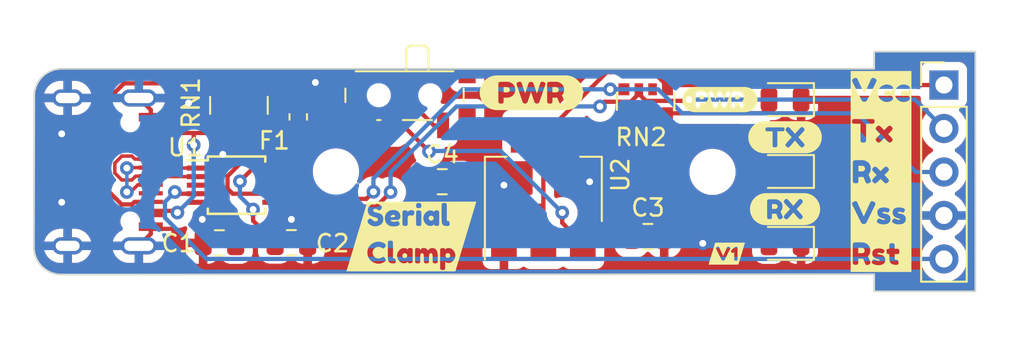
<source format=kicad_pcb>
(kicad_pcb (version 20221018) (generator pcbnew)
  (layers (0 "F.Cu" signal) (31 "B.Cu" signal) (34 "B.Paste" user) (35 "F.Paste" user) (36 "B.SilkS" user "B.Silkscreen") (37 "F.SilkS" user "F.Silkscreen") (38 "B.Mask" user) (39 "F.Mask" user) (44 "Edge.Cuts" user))
  (net 0 "")
  (net 1 "VUSB")
  (net 2 "VSS")
  (net 3 "Net-(U1-V3)")
  (net 4 "Net-(SW1-B)")
  (net 5 "VCC")
  (net 6 "Net-(D1-A)")
  (net 7 "Net-(D2-A)")
  (net 8 "Net-(D3-A)")
  (net 9 "Net-(F1-Pad1)")
  (net 10 "Net-(J1-CC1)")
  (net 11 "D+")
  (net 12 "D-")
  (net 14 "Net-(J1-CC2)")
  (net 16 "TX")
  (net 17 "RX")
  (net 18 "Reset")
  (footprint "Connector_PinHeader_2.54mm:PinHeader_1x05_P2.54mm_Vertical" (layer "F.Cu") (at 173.07 90.95)
    (fp_text reference "J2" hide)
    (fp_text value "Conn_01x05")
    (pad "1" thru_hole rect (at 0 0) (size 1.7 1.7) (drill 1) (layers "*.Cu" "*.Mask") (net 5 "VCC"))
    (pad "2" thru_hole oval (at 0 2.54) (size 1.7 1.7) (drill 1) (layers "*.Cu" "*.Mask") (net 16 "TX"))
    (pad "3" thru_hole oval (at 0 5.08) (size 1.7 1.7) (drill 1) (layers "*.Cu" "*.Mask") (net 17 "RX"))
    (pad "4" thru_hole oval (at 0 7.62) (size 1.7 1.7) (drill 1) (layers "*.Cu" "*.Mask") (net 2 "VSS"))
    (pad "5" thru_hole oval (at 0 10.16) (size 1.7 1.7) (drill 1) (layers "*.Cu" "*.Mask") (net 18 "Reset"))
  )
  (footprint "kibuzzard-65CB9418" (layer "F.Cu") (at 142 99.8)
    (fp_text reference "kibuzzard-65CB9418" hide)
    (fp_text value "G***" hide)
  )
  (footprint "kibuzzard-65CB9B05" (layer "F.Cu") (at 163.8 98.2)
    (fp_text reference "kibuzzard-65CB9B05" hide)
    (fp_text value "G***" hide)
  )
  (footprint "LED_SMD:LED_0805_2012Metric" (layer "F.Cu") (at 163.8 96 180)
    (fp_text reference "D2" hide)
    (fp_text value "LED_Small")
    (pad "1" smd roundrect (at -0.9375 0 180) (size 0.975 1.4) (layers "F.Cu" "F.Paste" "F.Mask") (net 2 "VSS"))
    (pad "2" smd roundrect (at 0.9375 0 180) (size 0.975 1.4) (layers "F.Cu" "F.Paste" "F.Mask") (net 7 "Net-(D2-A)"))
  )
  (footprint "Package_SO:MSOP-10_3x3mm_P0.5mm" (layer "F.Cu") (at 131.8 96.8)
    (fp_text reference "U1" (at -3 -2.2) (layer "F.SilkS"))
    (fp_text value "CH340E")
    (pad "1" smd rect (at -2.2 -1) (size 1.4 0.3) (layers "F.Cu" "F.Paste" "F.Mask") (net 11 "D+"))
    (pad "2" smd rect (at -2.2 -0.5) (size 1.4 0.3) (layers "F.Cu" "F.Paste" "F.Mask") (net 12 "D-"))
    (pad "3" smd rect (at -2.2 0) (size 1.4 0.3) (layers "F.Cu" "F.Paste" "F.Mask") (net 2 "VSS"))
    (pad "4" smd rect (at -2.2 0.5) (size 1.4 0.3) (layers "F.Cu" "F.Paste" "F.Mask") (net 18 "Reset"))
    (pad "5" smd rect (at -2.2 1) (size 1.4 0.3) (layers "F.Cu" "F.Paste" "F.Mask"))
    (pad "6" smd rect (at 2.2 1) (size 1.4 0.3) (layers "F.Cu" "F.Paste" "F.Mask"))
    (pad "7" smd rect (at 2.2 0.5) (size 1.4 0.3) (layers "F.Cu" "F.Paste" "F.Mask") (net 1 "VUSB"))
    (pad "8" smd rect (at 2.2 0) (size 1.4 0.3) (layers "F.Cu" "F.Paste" "F.Mask") (net 16 "TX"))
    (pad "9" smd rect (at 2.2 -0.5) (size 1.4 0.3) (layers "F.Cu" "F.Paste" "F.Mask") (net 17 "RX"))
    (pad "10" smd rect (at 2.2 -1) (size 1.4 0.3) (layers "F.Cu" "F.Paste" "F.Mask") (net 3 "Net-(U1-V3)"))
  )
  (footprint "BadgePiratesFootprint:USB_C_Receptical-Jing" (layer "F.Cu") (at 126.0975 96.025 -90)
    (fp_text reference "J1" hide)
    (fp_text value "USB_C_Receptacle_USB2.0")
    (pad "" np_thru_hole circle (at -2.89 0.5 270) (size 0.65 0.65) (drill 0.65) (layers "*.Cu" "*.Mask"))
    (pad "" np_thru_hole circle (at 2.89 0.5 270) (size 0.65 0.65) (drill 0.65) (layers "*.Cu" "*.Mask"))
    (pad "A1" smd rect (at -3.325 -0.7 270) (size 0.25 1.4) (layers "F.Cu" "F.Paste" "F.Mask") (net 2 "VSS"))
    (pad "A4" smd rect (at -2.525 -0.7 270) (size 0.25 1.4) (layers "F.Cu" "F.Paste" "F.Mask") (net 9 "Net-(F1-Pad1)"))
    (pad "A5" smd rect (at -1.25 -0.7 270) (size 0.25 1.4) (layers "F.Cu" "F.Paste" "F.Mask") (net 10 "Net-(J1-CC1)"))
    (pad "A6" smd rect (at -0.25 -0.7 270) (size 0.25 1.4) (layers "F.Cu" "F.Paste" "F.Mask") (net 11 "D+"))
    (pad "A7" smd rect (at 0.25 -0.7 270) (size 0.25 1.4) (layers "F.Cu" "F.Paste" "F.Mask") (net 12 "D-"))
    (pad "A8" smd rect (at -1.75 -0.7 270) (size 0.25 1.4) (layers "F.Cu" "F.Paste" "F.Mask"))
    (pad "A9" smd rect (at 2.525 -0.7 270) (size 0.25 1.4) (layers "F.Cu" "F.Paste" "F.Mask") (net 9 "Net-(F1-Pad1)"))
    (pad "A12" smd rect (at 3.325 -0.7 270) (size 0.25 1.4) (layers "F.Cu" "F.Paste" "F.Mask") (net 2 "VSS"))
    (pad "B1" smd rect (at 3.075 -0.7 270) (size 0.25 1.4) (layers "F.Cu" "F.Paste" "F.Mask") (net 2 "VSS"))
    (pad "B4" smd rect (at 2.275 -0.7 270) (size 0.25 1.4) (layers "F.Cu" "F.Paste" "F.Mask") (net 9 "Net-(F1-Pad1)"))
    (pad "B5" smd rect (at 1.75 -0.7 270) (size 0.25 1.4) (layers "F.Cu" "F.Paste" "F.Mask") (net 14 "Net-(J1-CC2)"))
    (pad "B6" smd rect (at 0.75 -0.7 270) (size 0.25 1.4) (layers "F.Cu" "F.Paste" "F.Mask") (net 11 "D+"))
    (pad "B7" smd rect (at -0.75 -0.7 270) (size 0.25 1.4) (layers "F.Cu" "F.Paste" "F.Mask") (net 12 "D-"))
    (pad "B8" smd rect (at 1.25 -0.7 270) (size 0.25 1.4) (layers "F.Cu" "F.Paste" "F.Mask"))
    (pad "B9" smd rect (at -2.275 -0.7 270) (size 0.25 1.4) (layers "F.Cu" "F.Paste" "F.Mask") (net 9 "Net-(F1-Pad1)"))
    (pad "B12" smd rect (at -3.075 -0.7 270) (size 0.25 1.4) (layers "F.Cu" "F.Paste" "F.Mask") (net 2 "VSS"))
    (pad "S1" thru_hole oval (at -4.32 0 270) (size 1 2.1) (drill oval 0.6 1.7) (layers "*.Cu" "*.Mask") (net 2 "VSS"))
    (pad "S1" thru_hole oval (at -4.32 4.15 270) (size 1 1.8) (drill oval 0.6 1.4) (layers "*.Cu" "*.Mask") (net 2 "VSS"))
    (pad "S1" thru_hole oval (at 4.32 0 270) (size 1 2.1) (drill oval 0.6 1.7) (layers "*.Cu" "*.Mask") (net 2 "VSS"))
    (pad "S1" thru_hole oval (at 4.32 4.15 270) (size 1 1.8) (drill oval 0.6 1.4) (layers "*.Cu" "*.Mask") (net 2 "VSS"))
  )
  (footprint "Resistor_SMD:R_Array_Convex_4x0612" (layer "F.Cu") (at 131.94 92.14 90)
    (fp_text reference "RN1" (at 0.14 -2.8 90) (layer "F.SilkS"))
    (fp_text value "5.1k")
    (pad "1" smd rect (at -0.7 -1.27 90) (size 0.7 0.64) (layers "F.Cu" "F.Paste" "F.Mask"))
    (pad "2" smd rect (at -0.7 -0.4 90) (size 0.7 0.5) (layers "F.Cu" "F.Paste" "F.Mask"))
    (pad "3" smd rect (at -0.7 0.4 90) (size 0.7 0.5) (layers "F.Cu" "F.Paste" "F.Mask") (net 2 "VSS"))
    (pad "4" smd rect (at -0.7 1.27 90) (size 0.7 0.64) (layers "F.Cu" "F.Paste" "F.Mask") (net 2 "VSS"))
    (pad "5" smd rect (at 0.7 1.27 90) (size 0.7 0.64) (layers "F.Cu" "F.Paste" "F.Mask") (net 14 "Net-(J1-CC2)"))
    (pad "6" smd rect (at 0.7 0.4 90) (size 0.7 0.5) (layers "F.Cu" "F.Paste" "F.Mask") (net 10 "Net-(J1-CC1)"))
    (pad "7" smd rect (at 0.7 -0.4 90) (size 0.7 0.5) (layers "F.Cu" "F.Paste" "F.Mask"))
    (pad "8" smd rect (at 0.7 -1.27 90) (size 0.7 0.64) (layers "F.Cu" "F.Paste" "F.Mask"))
  )
  (footprint "LED_SMD:LED_0805_2012Metric" (layer "F.Cu") (at 163.8 100.2 180)
    (fp_text reference "D1" hide)
    (fp_text value "LED_Small")
    (pad "1" smd roundrect (at -0.9375 0 180) (size 0.975 1.4) (layers "F.Cu" "F.Paste" "F.Mask") (net 2 "VSS"))
    (pad "2" smd roundrect (at 0.9375 0 180) (size 0.975 1.4) (layers "F.Cu" "F.Paste" "F.Mask") (net 6 "Net-(D1-A)"))
  )
  (footprint "Capacitor_SMD:C_0805_2012Metric" (layer "F.Cu") (at 135 100.16)
    (fp_text reference "C2" (at 2.4 0.04) (layer "F.SilkS"))
    (fp_text value "100nF")
    (pad "1" smd roundrect (at -0.95 0) (size 1 1.45) (layers "F.Cu" "F.Paste" "F.Mask") (net 3 "Net-(U1-V3)"))
    (pad "2" smd roundrect (at 0.95 0) (size 1 1.45) (layers "F.Cu" "F.Paste" "F.Mask") (net 2 "VSS"))
  )
  (footprint "kibuzzard-65CB9B2E" (layer "F.Cu") (at 169.4 96)
    (fp_text reference "kibuzzard-65CB9B2E" hide)
    (fp_text value "G***" hide)
  )
  (footprint "Capacitor_SMD:C_0805_2012Metric" (layer "F.Cu") (at 143.8 96.6 180)
    (fp_text reference "C4" (at 0 1.6) (layer "F.SilkS"))
    (fp_text value "10uF")
    (pad "1" smd roundrect (at -0.95 0 180) (size 1 1.45) (layers "F.Cu" "F.Paste" "F.Mask") (net 5 "VCC"))
    (pad "2" smd roundrect (at 0.95 0 180) (size 1 1.45) (layers "F.Cu" "F.Paste" "F.Mask") (net 2 "VSS"))
  )
  (footprint "kibuzzard-65CB9C81" (layer "F.Cu") (at 160.4 100.8)
    (fp_text reference "kibuzzard-65CB9C81" hide)
    (fp_text value "G***" hide)
  )
  (footprint "Fuse:Fuse_0603_1608Metric" (layer "F.Cu") (at 135.4 92.8125 -90)
    (fp_text reference "F1" (at 1.3875 1.4 -180) (layer "F.SilkS"))
    (fp_text value "Polyfuse_Small")
    (pad "1" smd roundrect (at -0.7875 0 270) (size 0.875 0.95) (layers "F.Cu" "F.Paste" "F.Mask") (net 9 "Net-(F1-Pad1)"))
    (pad "2" smd roundrect (at 0.7875 0 270) (size 0.875 0.95) (layers "F.Cu" "F.Paste" "F.Mask") (net 1 "VUSB"))
  )
  (footprint "MountingHole:MountingHole_2.2mm_M2" (layer "F.Cu") (at 137.6 96)
    (fp_text reference "H2" hide)
    (fp_text value "MountingHole")
    (pad "" np_thru_hole circle (at 0 0) (size 2.2 2.2) (drill 2.2) (layers "*.Cu" "*.Mask"))
  )
  (footprint "Capacitor_SMD:C_0805_2012Metric" (layer "F.Cu") (at 130.8 100.17 180)
    (fp_text reference "C1" (at 2.4 -0.03) (layer "F.SilkS"))
    (fp_text value "100nF")
    (pad "1" smd roundrect (at -0.95 0 180) (size 1 1.45) (layers "F.Cu" "F.Paste" "F.Mask") (net 1 "VUSB"))
    (pad "2" smd roundrect (at 0.95 0 180) (size 1 1.45) (layers "F.Cu" "F.Paste" "F.Mask") (net 2 "VSS"))
  )
  (footprint "kibuzzard-65CB8E97" (layer "F.Cu") (at 149 91.4)
    (fp_text reference "kibuzzard-65CB8E97" hide)
    (fp_text value "G***" hide)
  )
  (footprint "Resistor_SMD:R_Array_Convex_4x0612" (layer "F.Cu") (at 155.67 91.9 -90)
    (fp_text reference "RN2" (at 2.1 0.27 -180) (layer "F.SilkS"))
    (fp_text value "330")
    (pad "1" smd rect (at -0.7 -1.27 270) (size 0.7 0.64) (layers "F.Cu" "F.Paste" "F.Mask") (net 5 "VCC"))
    (pad "2" smd rect (at -0.7 -0.4 270) (size 0.7 0.5) (layers "F.Cu" "F.Paste" "F.Mask"))
    (pad "3" smd rect (at -0.7 0.4 270) (size 0.7 0.5) (layers "F.Cu" "F.Paste" "F.Mask") (net 16 "TX"))
    (pad "4" smd rect (at -0.7 1.27 270) (size 0.7 0.64) (layers "F.Cu" "F.Paste" "F.Mask") (net 17 "RX"))
    (pad "5" smd rect (at 0.7 1.27 270) (size 0.7 0.64) (layers "F.Cu" "F.Paste" "F.Mask") (net 6 "Net-(D1-A)"))
    (pad "6" smd rect (at 0.7 0.4 270) (size 0.7 0.5) (layers "F.Cu" "F.Paste" "F.Mask") (net 7 "Net-(D2-A)"))
    (pad "7" smd rect (at 0.7 -0.4 270) (size 0.7 0.5) (layers "F.Cu" "F.Paste" "F.Mask"))
    (pad "8" smd rect (at 0.7 -1.27 270) (size 0.7 0.64) (layers "F.Cu" "F.Paste" "F.Mask") (net 8 "Net-(D3-A)"))
  )
  (footprint "Button_Switch_SMD:SW_SPDT_PCM12" (layer "F.Cu") (at 141.6 91.875 180)
    (fp_text reference "SW1" hide)
    (fp_text value "Power")
    (pad "" smd rect (at -3.65 -0.78 180) (size 1 0.8) (layers "F.Cu" "F.Paste" "F.Mask"))
    (pad "" smd rect (at -3.65 1.43 180) (size 1 0.8) (layers "F.Cu" "F.Paste" "F.Mask"))
    (pad "" np_thru_hole circle (at -1.5 0.33 180) (size 0.9 0.9) (drill 0.9) (layers "*.Cu" "*.Mask"))
    (pad "" np_thru_hole circle (at 1.5 0.33 180) (size 0.9 0.9) (drill 0.9) (layers "*.Cu" "*.Mask"))
    (pad "" smd rect (at 3.65 -0.78 180) (size 1 0.8) (layers "F.Cu" "F.Paste" "F.Mask"))
    (pad "" smd rect (at 3.65 1.43 180) (size 1 0.8) (layers "F.Cu" "F.Paste" "F.Mask"))
    (pad "1" smd rect (at -2.25 -1.43 180) (size 0.7 1.5) (layers "F.Cu" "F.Paste" "F.Mask") (net 1 "VUSB"))
    (pad "2" smd rect (at 0.75 -1.43 180) (size 0.7 1.5) (layers "F.Cu" "F.Paste" "F.Mask") (net 4 "Net-(SW1-B)"))
    (pad "3" smd rect (at 2.25 -1.43 180) (size 0.7 1.5) (layers "F.Cu" "F.Paste" "F.Mask"))
  )
  (footprint "LED_SMD:LED_0805_2012Metric" (layer "F.Cu") (at 163.8 91.8 180)
    (fp_text reference "D3" hide)
    (fp_text value "LED_Small")
    (pad "1" smd roundrect (at -0.9375 0 180) (size 0.975 1.4) (layers "F.Cu" "F.Paste" "F.Mask") (net 2 "VSS"))
    (pad "2" smd roundrect (at 0.9375 0 180) (size 0.975 1.4) (layers "F.Cu" "F.Paste" "F.Mask") (net 8 "Net-(D3-A)"))
  )
  (footprint "kibuzzard-65CB9AFE" (layer "F.Cu") (at 163.8 94)
    (fp_text reference "kibuzzard-65CB9AFE" hide)
    (fp_text value "G***" hide)
  )
  (footprint "Capacitor_SMD:C_0805_2012Metric" (layer "F.Cu") (at 155.8 99.8)
    (fp_text reference "C3" (at 0 -1.68) (layer "F.SilkS"))
    (fp_text value "10uF")
    (pad "1" smd roundrect (at -0.95 0) (size 1 1.45) (layers "F.Cu" "F.Paste" "F.Mask") (net 4 "Net-(SW1-B)"))
    (pad "2" smd roundrect (at 0.95 0) (size 1 1.45) (layers "F.Cu" "F.Paste" "F.Mask") (net 2 "VSS"))
  )
  (footprint "Package_TO_SOT_SMD:SOT-223-3_TabPin2" (layer "F.Cu") (at 149.7 97.05 90)
    (fp_text reference "U2" (at 0.85 4.5 90) (layer "F.SilkS"))
    (fp_text value "LD1117S12TR_SOT223")
    (pad "1" smd rect (at -3.15 -2.3 90) (size 2 1.5) (layers "F.Cu" "F.Paste" "F.Mask") (net 2 "VSS"))
    (pad "2" smd rect (at -3.15 0 90) (size 2 1.5) (layers "F.Cu" "F.Paste" "F.Mask") (net 5 "VCC"))
    (pad "2" smd rect (at 3.15 0 90) (size 2 3.8) (layers "F.Cu" "F.Paste" "F.Mask") (net 5 "VCC"))
    (pad "3" smd rect (at -3.15 2.3 90) (size 2 1.5) (layers "F.Cu" "F.Paste" "F.Mask") (net 4 "Net-(SW1-B)"))
  )
  (footprint "kibuzzard-65CB9ADE" (layer "F.Cu") (at 160 91.8)
    (fp_text reference "kibuzzard-65CB9ADE" hide)
    (fp_text value "G***" hide)
  )
  (footprint "MountingHole:MountingHole_2.2mm_M2" (layer "F.Cu") (at 159.57 96.025)
    (fp_text reference "H1" hide)
    (fp_text value "MountingHole")
    (pad "" np_thru_hole circle (at 0 0) (size 2.2 2.2) (drill 2.2) (layers "*.Cu" "*.Mask"))
  )
  (gr_line (start 169 103) (end 174.9 103) (stroke (width 0.1)) (layer "Edge.Cuts"))
  (gr_line (start 169 89) (end 169 90) (stroke (width 0.1)) (layer "Edge.Cuts"))
  (gr_line (start 174.9 89) (end 169 89) (stroke (width 0.1)) (layer "Edge.Cuts"))
  (gr_line (start 121.581371 102.018629) (end 169 102) (stroke (width 0.1)) (layer "Edge.Cuts"))
  (gr_line (start 120 91.6) (end 119.981371 100.418629) (stroke (width 0.1)) (layer "Edge.Cuts"))
  (gr_line (start 169 90) (end 121.6 90) (stroke (width 0.1)) (layer "Edge.Cuts"))
  (gr_arc (start 121.581371 102.018629) (mid 120.45 101.55) (end 119.981371 100.418629) (stroke (width 0.1)) (layer "Edge.Cuts"))
  (gr_line (start 174.9 103) (end 174.9 89) (stroke (width 0.1)) (layer "Edge.Cuts"))
  (gr_arc (start 120 91.6) (mid 120.468629 90.468629) (end 121.6 90) (stroke (width 0.1)) (layer "Edge.Cuts"))
  (gr_line (start 169 102) (end 169 103) (stroke (width 0.1)) (layer "Edge.Cuts"))
  (segment (start 143.305 93.305) (end 143.59 93.305) (width 0.25) (layer "F.Cu") (net 1))
  (segment (start 135.4 93.6) (end 135.4 93.58538) (width 0.25) (layer "F.Cu") (net 1))
  (segment (start 139.08 90.72) (end 140.72 90.72) (width 0.25) (layer "F.Cu") (net 1))
  (segment (start 131.272996 97) (end 131.272996 99.692996) (width 0.25) (layer "F.Cu") (net 1))
  (segment (start 135.4 93.6) (end 133.675 95.325) (width 0.25) (layer "F.Cu") (net 1))
  (segment (start 134 97.3) (end 131.572996 97.3) (width 0.25) (layer "F.Cu") (net 1))
  (segment (start 137.05538 91.93) (end 137.87 91.93) (width 0.25) (layer "F.Cu") (net 1))
  (segment (start 131.272996 96.274695) (end 131.272996 97) (width 0.25) (layer "F.Cu") (net 1))
  (segment (start 131.272996 99.692996) (end 131.75 100.17) (width 0.25) (layer "F.Cu") (net 1))
  (segment (start 140.72 90.72) (end 143.305 93.305) (width 0.25) (layer "F.Cu") (net 1))
  (segment (start 132.222691 95.325) (end 131.272996 96.274695) (width 0.25) (layer "F.Cu") (net 1))
  (segment (start 131.572996 97.3) (end 131.272996 97) (width 0.25) (layer "F.Cu") (net 1))
  (segment (start 133.675 95.325) (end 132.222691 95.325) (width 0.25) (layer "F.Cu") (net 1))
  (segment (start 137.87 91.93) (end 139.08 90.72) (width 0.25) (layer "F.Cu") (net 1))
  (segment (start 135.4 93.58538) (end 137.05538 91.93) (width 0.25) (layer "F.Cu") (net 1))
  (segment (start 126.7975 99.1) (end 126.7975 99.645) (width 0.25) (layer "F.Cu") (net 2))
  (segment (start 126.7975 92.95) (end 126.7975 92.405) (width 0.25) (layer "F.Cu") (net 2))
  (segment (start 133.21 92.84) (end 132.34 92.84) (width 0.25) (layer "F.Cu") (net 2))
  (segment (start 126.7975 92.405) (end 126.0975 91.705) (width 0.25) (layer "F.Cu") (net 2))
  (segment (start 130.8 95.2) (end 131 95) (width 0.25) (layer "F.Cu") (net 2))
  (segment (start 129.115 92.115) (end 129 92) (width 0.25) (layer "F.Cu") (net 2))
  (segment (start 132.485 92.115) (end 129.115 92.115) (width 0.25) (layer "F.Cu") (net 2))
  (segment (start 133.21 92.84) (end 132.485 92.115) (width 0.25) (layer "F.Cu") (net 2))
  (segment (start 130.40962 96.8) (end 130.8 96.40962) (width 0.25) (layer "F.Cu") (net 2))
  (segment (start 129.6 96.8) (end 130.40962 96.8) (width 0.25) (layer "F.Cu") (net 2))
  (segment (start 130.8 96.40962) (end 130.8 95.2) (width 0.25) (layer "F.Cu") (net 2))
  (segment (start 126.7975 99.645) (end 126.0975 100.345) (width 0.25) (layer "F.Cu") (net 2))
  (via (at 159 100.2) (size 0.8) (drill 0.4) (layers "F.Cu" "B.Cu") (net 2))
  (via (at 152.4 96.6) (size 0.8) (drill 0.4) (layers "F.Cu" "B.Cu") (net 2))
  (via (at 147.4 96.8) (size 0.8) (drill 0.4) (layers "F.Cu" "B.Cu") (net 2))
  (via (at 129.8 98.8) (size 0.8) (drill 0.4) (layers "F.Cu" "B.Cu") (net 2))
  (via (at 136.4 90.8) (size 0.8) (drill 0.4) (layers "F.Cu" "B.Cu") (net 2))
  (via (at 121.6 93.8) (size 0.8) (drill 0.4) (layers "F.Cu" "B.Cu") (net 2))
  (via (at 121.6 97.8) (size 0.8) (drill 0.4) (layers "F.Cu" "B.Cu") (net 2))
  (via (at 135 98.8) (size 0.8) (drill 0.4) (layers "F.Cu" "B.Cu") (net 2))
  (via (at 131 95) (size 0.8) (drill 0.4) (layers "F.Cu" "B.Cu") (net 2))
  (via (at 129 92) (size 0.8) (drill 0.4) (layers "F.Cu" "B.Cu") (net 2))
  (segment (start 129 92) (end 130 92) (width 0.25) (layer "B.Cu") (net 2))
  (segment (start 132.772996 95.8) (end 131.997996 96.575) (width 0.25) (layer "F.Cu") (net 3))
  (segment (start 134 95.8) (end 132.772996 95.8) (width 0.25) (layer "F.Cu") (net 3))
  (segment (start 132.76379 98.218105) (end 132.76379 98.87379) (width 0.25) (layer "F.Cu") (net 3))
  (segment (start 132.76379 98.87379) (end 134.05 100.16) (width 0.25) (layer "F.Cu") (net 3))
  (via (at 131.997996 96.575) (size 0.8) (drill 0.4) (layers "F.Cu" "B.Cu") (net 3))
  (via (at 132.76379 98.218105) (size 0.8) (drill 0.4) (layers "F.Cu" "B.Cu") (net 3))
  (segment (start 132.76379 98.218105) (end 131.997996 97.452311) (width 0.25) (layer "B.Cu") (net 3))
  (segment (start 131.997996 97.452311) (end 131.997996 96.575) (width 0.25) (layer "B.Cu") (net 3))
  (segment (start 143.030851 94.830851) (end 141.505 93.305) (width 0.25) (layer "F.Cu") (net 4))
  (segment (start 152.4 99.8) (end 152 100.2) (width 0.25) (layer "F.Cu") (net 4))
  (segment (start 141.505 93.305) (end 140.85 93.305) (width 0.25) (layer "F.Cu") (net 4))
  (segment (start 154.85 99.8) (end 152.4 99.8) (width 0.25) (layer "F.Cu") (net 4))
  (segment (start 150.8 99) (end 152 100.2) (width 0.25) (layer "F.Cu") (net 4))
  (segment (start 150.8 98.4) (end 150.8 99) (width 0.25) (layer "F.Cu") (net 4))
  (via (at 150.8 98.4) (size 0.8) (drill 0.4) (layers "F.Cu" "B.Cu") (net 4))
  (via (at 143.030851 94.830851) (size 0.8) (drill 0.4) (layers "F.Cu" "B.Cu") (net 4))
  (segment (start 143.061702 94.8) (end 143.030851 94.830851) (width 0.25) (layer "B.Cu") (net 4))
  (segment (start 147.2 94.8) (end 143.061702 94.8) (width 0.25) (layer "B.Cu") (net 4))
  (segment (start 150.8 98.4) (end 147.2 94.8) (width 0.25) (layer "B.Cu") (net 4))
  (segment (start 149.7 98) (end 146.15 98) (width 0.25) (layer "F.Cu") (net 5))
  (segment (start 156.12962 90.2) (end 153.4 90.2) (width 0.25) (layer "F.Cu") (net 5))
  (segment (start 173.07 90.95) (end 157.19 90.95) (width 0.25) (layer "F.Cu") (net 5))
  (segment (start 153.4 90.2) (end 149.7 93.9) (width 0.25) (layer "F.Cu") (net 5))
  (segment (start 149.7 98) (end 149.7 100.2) (width 0.25) (layer "F.Cu") (net 5))
  (segment (start 157.19 90.95) (end 156.94 91.2) (width 0.25) (layer "F.Cu") (net 5))
  (segment (start 156.94 91.2) (end 156.94 91.01038) (width 0.25) (layer "F.Cu") (net 5))
  (segment (start 156.94 91.01038) (end 156.12962 90.2) (width 0.25) (layer "F.Cu") (net 5))
  (segment (start 149.7 93.9) (end 149.7 98) (width 0.25) (layer "F.Cu") (net 5))
  (segment (start 146.15 98) (end 144.75 96.6) (width 0.25) (layer "F.Cu") (net 5))
  (segment (start 160.8 93.8) (end 162 95) (width 0.25) (layer "F.Cu") (net 6))
  (segment (start 154.4 92.78962) (end 155.41038 93.8) (width 0.25) (layer "F.Cu") (net 6))
  (segment (start 155.41038 93.8) (end 160.8 93.8) (width 0.25) (layer "F.Cu") (net 6))
  (segment (start 162 98.9375) (end 162.8625 99.8) (width 0.25) (layer "F.Cu") (net 6))
  (segment (start 162 95) (end 162 98.9375) (width 0.25) (layer "F.Cu") (net 6))
  (segment (start 154.4 92.6) (end 154.4 92.78962) (width 0.25) (layer "F.Cu") (net 6))
  (segment (start 155.27 92.6) (end 155.27 92.85962) (width 0.25) (layer "F.Cu") (net 7))
  (segment (start 155.27 92.85962) (end 155.76038 93.35) (width 0.25) (layer "F.Cu") (net 7))
  (segment (start 162.8625 95.0625) (end 162.8625 96) (width 0.25) (layer "F.Cu") (net 7))
  (segment (start 155.76038 93.35) (end 161.15 93.35) (width 0.25) (layer "F.Cu") (net 7))
  (segment (start 161.15 93.35) (end 162.8625 95.0625) (width 0.25) (layer "F.Cu") (net 7))
  (segment (start 156.94 92.6) (end 162.4625 92.6) (width 0.25) (layer "F.Cu") (net 8))
  (segment (start 162.4625 92.6) (end 162.8625 92.2) (width 0.25) (layer "F.Cu") (net 8))
  (segment (start 129.3 94.45) (end 129.3 93.75) (width 0.25) (layer "F.Cu") (net 9))
  (segment (start 128.25 98.3) (end 128.35 98.4) (width 0.25) (layer "F.Cu") (net 9))
  (segment (start 126.7975 93.75) (end 129.3 93.75) (width 0.25) (layer "F.Cu") (net 9))
  (segment (start 133.675 93.75) (end 135.4 92.025) (width 0.25) (layer "F.Cu") (net 9))
  (segment (start 126.7975 98.3) (end 128.25 98.3) (width 0.25) (layer "F.Cu") (net 9))
  (segment (start 126.7975 98.55) (end 126.7975 98.3) (width 0.25) (layer "F.Cu") (net 9))
  (segment (start 126.7975 93.5) (end 126.7975 93.75) (width 0.25) (layer "F.Cu") (net 9))
  (segment (start 129.3 93.75) (end 133.675 93.75) (width 0.25) (layer "F.Cu") (net 9))
  (via (at 128.35 98.4) (size 0.8) (drill 0.4) (layers "F.Cu" "B.Cu") (net 9))
  (via (at 129.3 94.45) (size 0.8) (drill 0.4) (layers "F.Cu" "B.Cu") (net 9))
  (segment (start 128.35 98.4) (end 129.3 97.45) (width 0.25) (layer "B.Cu") (net 9))
  (segment (start 129.3 97.45) (end 129.3 94.45) (width 0.25) (layer "B.Cu") (net 9))
  (segment (start 125.96599 94.775) (end 126.7975 94.775) (width 0.25) (layer "F.Cu") (net 10))
  (segment (start 130.13038 90.85) (end 125.237575 90.85) (width 0.25) (layer "F.Cu") (net 10))
  (segment (start 132.34 91.18038) (end 131.92462 90.765) (width 0.25) (layer "F.Cu") (net 10))
  (segment (start 132.34 91.44) (end 132.34 91.18038) (width 0.25) (layer "F.Cu") (net 10))
  (segment (start 125.237575 90.85) (end 124.4 91.687575) (width 0.25) (layer "F.Cu") (net 10))
  (segment (start 131.92462 90.765) (end 130.21538 90.765) (width 0.25) (layer "F.Cu") (net 10))
  (segment (start 124.4 93.20901) (end 125.96599 94.775) (width 0.25) (layer "F.Cu") (net 10))
  (segment (start 130.21538 90.765) (end 130.13038 90.85) (width 0.25) (layer "F.Cu") (net 10))
  (segment (start 124.4 91.687575) (end 124.4 93.20901) (width 0.25) (layer "F.Cu") (net 10))
  (segment (start 125.4 97.2) (end 125.623236 97.2) (width 0.2) (layer "F.Cu") (net 11))
  (segment (start 126.7975 95.775) (end 125.425 95.775) (width 0.2) (layer "F.Cu") (net 11))
  (segment (start 125.623236 97.2) (end 126.048236 96.775) (width 0.2) (layer "F.Cu") (net 11))
  (segment (start 126.8225 95.8) (end 126.7975 95.775) (width 0.2) (layer "F.Cu") (net 11))
  (segment (start 129.6 95.8) (end 126.8225 95.8) (width 0.2) (layer "F.Cu") (net 11))
  (segment (start 125.425 95.775) (end 125.4 95.8) (width 0.2) (layer "F.Cu") (net 11))
  (segment (start 126.048236 96.775) (end 126.7975 96.775) (width 0.2) (layer "F.Cu") (net 11))
  (via (at 125.4 95.8) (size 0.8) (drill 0.4) (layers "F.Cu" "B.Cu") (net 11))
  (via (at 125.4 97.2) (size 0.8) (drill 0.4) (layers "F.Cu" "B.Cu") (net 11))
  (segment (start 125.4 95.8) (end 125.4 97.2) (width 0.2) (layer "B.Cu") (net 11))
  (segment (start 126.7975 95.275) (end 125.86495 95.275) (width 0.2) (layer "F.Cu") (net 12))
  (segment (start 125.68995 96.5) (end 125.91495 96.275) (width 0.2) (layer "F.Cu") (net 12))
  (segment (start 125.11005 95.1) (end 124.7 95.51005) (width 0.2) (layer "F.Cu") (net 12))
  (segment (start 125.91495 96.275) (end 126.7975 96.275) (width 0.2) (layer "F.Cu") (net 12))
  (segment (start 129.6 96.3) (end 126.8225 96.3) (width 0.2) (layer "F.Cu") (net 12))
  (segment (start 125.11005 96.5) (end 125.68995 96.5) (width 0.2) (layer "F.Cu") (net 12))
  (segment (start 125.86495 95.275) (end 125.68995 95.1) (width 0.2) (layer "F.Cu") (net 12))
  (segment (start 125.68995 95.1) (end 125.11005 95.1) (width 0.2) (layer "F.Cu") (net 12))
  (segment (start 126.8225 96.3) (end 126.7975 96.275) (width 0.2) (layer "F.Cu") (net 12))
  (segment (start 124.7 95.51005) (end 124.7 96.08995) (width 0.2) (layer "F.Cu") (net 12))
  (segment (start 124.7 96.08995) (end 125.11005 96.5) (width 0.2) (layer "F.Cu") (net 12))
  (segment (start 125.051179 90.4) (end 123.8 91.651179) (width 0.25) (layer "F.Cu") (net 14))
  (segment (start 123.8 91.651179) (end 123.8 96.625305) (width 0.25) (layer "F.Cu") (net 14))
  (segment (start 132.315 90.315) (end 130.028984 90.315) (width 0.25) (layer "F.Cu") (net 14))
  (segment (start 125.700305 97.925) (end 125.850305 97.775) (width 0.25) (layer "F.Cu") (net 14))
  (segment (start 133.21 91.21) (end 132.315 90.315) (width 0.25) (layer "F.Cu") (net 14))
  (segment (start 130.028984 90.315) (end 129.943984 90.4) (width 0.25) (layer "F.Cu") (net 14))
  (segment (start 125.099695 97.925) (end 125.700305 97.925) (width 0.25) (layer "F.Cu") (net 14))
  (segment (start 133.21 91.44) (end 133.21 91.21) (width 0.25) (layer "F.Cu") (net 14))
  (segment (start 123.8 96.625305) (end 125.099695 97.925) (width 0.25) (layer "F.Cu") (net 14))
  (segment (start 125.850305 97.775) (end 126.7975 97.775) (width 0.25) (layer "F.Cu") (net 14))
  (segment (start 129.943984 90.4) (end 125.051179 90.4) (width 0.25) (layer "F.Cu") (net 14))
  (segment (start 155.27 91.45962) (end 154.80462 91.925) (width 0.25) (layer "F.Cu") (net 16))
  (segment (start 158.125 91.875) (end 155.68538 91.875) (width 0.25) (layer "F.Cu") (net 16))
  (segment (start 140.512335 97.477285) (end 140.512335 97.487664) (width 0.25) (layer "F.Cu") (net 16))
  (segment (start 140.512335 97.487664) (end 139.949999 98.05) (width 0.25) (layer "F.Cu") (net 16))
  (segment (start 136.196016 98.05) (end 134.946016 96.8) (width 0.25) (layer "F.Cu") (net 16))
  (segment (start 155.68538 91.875) (end 155.27 91.45962) (width 0.25) (layer "F.Cu") (net 16))
  (segment (start 154.80462 91.925) (end 153.275 91.925) (width 0.25) (layer "F.Cu") (net 16))
  (segment (start 155.27 91.45962) (end 155.27 91.2) (width 0.25) (layer "F.Cu") (net 16))
  (segment (start 139.949999 98.05) (end 136.196016 98.05) (width 0.25) (layer "F.Cu") (net 16))
  (segment (start 153.275 91.925) (end 153 92.2) (width 0.25) (layer "F.Cu") (net 16))
  (segment (start 158.2 91.8) (end 158.125 91.875) (width 0.25) (layer "F.Cu") (net 16))
  (segment (start 140.786716 97.202904) (end 140.512335 97.477285) (width 0.25) (layer "F.Cu") (net 16))
  (segment (start 134.946016 96.8) (end 134 96.8) (width 0.25) (layer "F.Cu") (net 16))
  (via (at 153 92.2) (size 0.8) (drill 0.4) (layers "F.Cu" "B.Cu") (net 16))
  (via (at 158.2 91.8) (size 0.8) (drill 0.4) (layers "F.Cu" "B.Cu") (net 16))
  (via (at 140.786716 97.202904) (size 0.8) (drill 0.4) (layers "F.Cu" "B.Cu") (net 16))
  (segment (start 171.38 91.8) (end 158.2 91.8) (width 0.25) (layer "B.Cu") (net 16))
  (segment (start 144.636396 92.2) (end 153 92.2) (width 0.25) (layer "B.Cu") (net 16))
  (segment (start 140.786716 96.04968) (end 144.636396 92.2) (width 0.25) (layer "B.Cu") (net 16))
  (segment (start 173.07 93.49) (end 171.38 91.8) (width 0.25) (layer "B.Cu") (net 16))
  (segment (start 140.786716 97.202904) (end 140.786716 96.04968) (width 0.25) (layer "B.Cu") (net 16))
  (segment (start 153.6 91.2) (end 154.4 91.2) (width 0.25) (layer "F.Cu") (net 17))
  (segment (start 134 96.3) (end 135.1 96.3) (width 0.25) (layer "F.Cu") (net 17))
  (segment (start 139.374694 97.6) (end 139.787335 97.187359) (width 0.25) (layer "F.Cu") (net 17))
  (segment (start 135.1 96.3) (end 136.4 97.6) (width 0.25) (layer "F.Cu") (net 17))
  (segment (start 136.4 97.6) (end 139.374694 97.6) (width 0.25) (layer "F.Cu") (net 17))
  (via (at 153.6 91.2) (size 0.8) (drill 0.4) (layers "F.Cu" "B.Cu") (net 17))
  (via (at 139.787335 97.187359) (size 0.8) (drill 0.4) (layers "F.Cu" "B.Cu") (net 17))
  (segment (start 173.07 96.03) (end 171.43 96.03) (width 0.25) (layer "B.Cu") (net 17))
  (segment (start 156.4 91.2) (end 153.6 91.2) (width 0.25) (layer "B.Cu") (net 17))
  (segment (start 153.6 91.2) (end 145 91.2) (width 0.25) (layer "B.Cu") (net 17))
  (segment (start 145 91.2) (end 139.787335 96.412665) (width 0.25) (layer "B.Cu") (net 17))
  (segment (start 139.787335 96.412665) (end 139.787335 97.187359) (width 0.25) (layer "B.Cu") (net 17))
  (segment (start 157.8 92.6) (end 156.4 91.2) (width 0.25) (layer "B.Cu") (net 17))
  (segment (start 171.43 96.03) (end 168 92.6) (width 0.25) (layer "B.Cu") (net 17))
  (segment (start 168 92.6) (end 157.8 92.6) (width 0.25) (layer "B.Cu") (net 17))
  (segment (start 128.2 97.2) (end 128.3 97.3) (width 0.25) (layer "F.Cu") (net 18))
  (segment (start 128.3 97.3) (end 129.6 97.3) (width 0.25) (layer "F.Cu") (net 18))
  (via (at 128.2 97.2) (size 0.8) (drill 0.4) (layers "F.Cu" "B.Cu") (net 18))
  (segment (start 127.625 97.775) (end 128.2 97.2) (width 0.25) (layer "B.Cu") (net 18))
  (segment (start 173.07 101.11) (end 130.034695 101.11) (width 0.25) (layer "B.Cu") (net 18))
  (segment (start 130.034695 101.11) (end 127.625 98.700305) (width 0.25) (layer "B.Cu") (net 18))
  (segment (start 127.625 98.700305) (end 127.625 97.775) (width 0.25) (layer "B.Cu") (net 18))
  (zone (net 2) (net_name "VSS") (layers "F&B.Cu") (connect_pads (clearance 0.5)) (min_thickness 0.25) (fill yes (thermal_gap 0.5) (thermal_bridge_width 0.5))
    (polygon (pts (xy 118 88) (xy 176 88) (xy 176 104) (xy 118 104)))
  )
)
</source>
